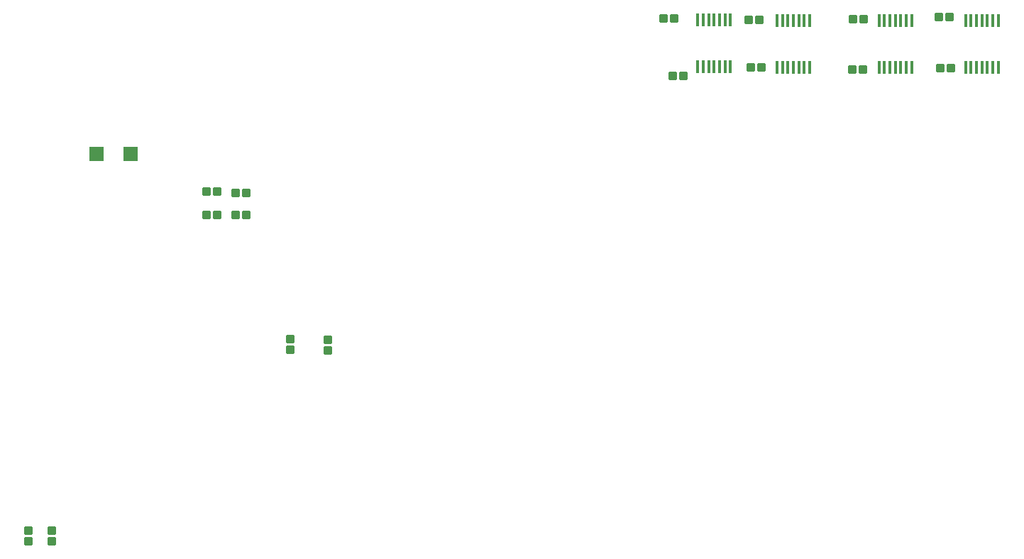
<source format=gbr>
%TF.GenerationSoftware,KiCad,Pcbnew,(5.99.0-10065-g0a0935e0f3)*%
%TF.CreationDate,2021-04-15T14:15:54+02:00*%
%TF.ProjectId,pimop,70696d6f-702e-46b6-9963-61645f706362,rev?*%
%TF.SameCoordinates,Original*%
%TF.FileFunction,Paste,Top*%
%TF.FilePolarity,Positive*%
%FSLAX46Y46*%
G04 Gerber Fmt 4.6, Leading zero omitted, Abs format (unit mm)*
G04 Created by KiCad (PCBNEW (5.99.0-10065-g0a0935e0f3)) date 2021-04-15 14:15:54*
%MOMM*%
%LPD*%
G01*
G04 APERTURE LIST*
G04 Aperture macros list*
%AMRoundRect*
0 Rectangle with rounded corners*
0 $1 Rounding radius*
0 $2 $3 $4 $5 $6 $7 $8 $9 X,Y pos of 4 corners*
0 Add a 4 corners polygon primitive as box body*
4,1,4,$2,$3,$4,$5,$6,$7,$8,$9,$2,$3,0*
0 Add four circle primitives for the rounded corners*
1,1,$1+$1,$2,$3*
1,1,$1+$1,$4,$5*
1,1,$1+$1,$6,$7*
1,1,$1+$1,$8,$9*
0 Add four rect primitives between the rounded corners*
20,1,$1+$1,$2,$3,$4,$5,0*
20,1,$1+$1,$4,$5,$6,$7,0*
20,1,$1+$1,$6,$7,$8,$9,0*
20,1,$1+$1,$8,$9,$2,$3,0*%
G04 Aperture macros list end*
%ADD10RoundRect,0.250000X-0.300000X0.250000X-0.300000X-0.250000X0.300000X-0.250000X0.300000X0.250000X0*%
%ADD11RoundRect,0.250000X0.300000X-0.250000X0.300000X0.250000X-0.300000X0.250000X-0.300000X-0.250000X0*%
%ADD12RoundRect,0.074495X-0.074495X0.699335X-0.074495X-0.699335X0.074495X-0.699335X0.074495X0.699335X0*%
%ADD13RoundRect,0.250000X-0.250000X-0.300000X0.250000X-0.300000X0.250000X0.300000X-0.250000X0.300000X0*%
%ADD14RoundRect,0.250000X0.250000X0.300000X-0.250000X0.300000X-0.250000X-0.300000X0.250000X-0.300000X0*%
%ADD15R,1.800000X1.700000*%
G04 APERTURE END LIST*
D10*
%TO.C,C7*%
X182645000Y-75015000D03*
X181375000Y-75015000D03*
%TD*%
D11*
%TO.C,C8*%
X191755000Y-68775000D03*
X193025000Y-68775000D03*
%TD*%
D12*
%TO.C,U4*%
X194931820Y-74779080D03*
X195582060Y-74779080D03*
X196232300Y-74779080D03*
X196880000Y-74779080D03*
X197527700Y-74779080D03*
X198177940Y-74779080D03*
X198828180Y-74779080D03*
X198828180Y-69180920D03*
X198177940Y-69180920D03*
X197527700Y-69180920D03*
X196880000Y-69180920D03*
X196232300Y-69180920D03*
X195582060Y-69180920D03*
X194931820Y-69180920D03*
%TD*%
D11*
%TO.C,C6*%
X191915000Y-74805000D03*
X193185000Y-74805000D03*
%TD*%
D12*
%TO.C,U5*%
X184601820Y-74779080D03*
X185252060Y-74779080D03*
X185902300Y-74779080D03*
X186550000Y-74779080D03*
X187197700Y-74779080D03*
X187847940Y-74779080D03*
X188498180Y-74779080D03*
X188498180Y-69180920D03*
X187847940Y-69180920D03*
X187197700Y-69180920D03*
X186550000Y-69180920D03*
X185902300Y-69180920D03*
X185252060Y-69180920D03*
X184601820Y-69180920D03*
%TD*%
D11*
%TO.C,C1*%
X104390000Y-89605000D03*
X105660000Y-89605000D03*
%TD*%
D13*
%TO.C,C13*%
X114360000Y-107220000D03*
X114360000Y-108490000D03*
%TD*%
D11*
%TO.C,C9*%
X181495000Y-68995000D03*
X182765000Y-68995000D03*
%TD*%
%TO.C,C15*%
X169350000Y-74750000D03*
X170620000Y-74750000D03*
%TD*%
%TO.C,C16*%
X159970000Y-75740000D03*
X161240000Y-75740000D03*
%TD*%
D13*
%TO.C,C12*%
X118835000Y-107235000D03*
X118835000Y-108505000D03*
%TD*%
D14*
%TO.C,C5*%
X85905000Y-131275000D03*
X85905000Y-130005000D03*
%TD*%
D10*
%TO.C,C2*%
X105675000Y-92365000D03*
X104405000Y-92365000D03*
%TD*%
D12*
%TO.C,U6*%
X172441820Y-74750355D03*
X173092060Y-74750355D03*
X173742300Y-74750355D03*
X174390000Y-74750355D03*
X175037700Y-74750355D03*
X175687940Y-74750355D03*
X176338180Y-74750355D03*
X176338180Y-69152195D03*
X175687940Y-69152195D03*
X175037700Y-69152195D03*
X174390000Y-69152195D03*
X173742300Y-69152195D03*
X173092060Y-69152195D03*
X172441820Y-69152195D03*
%TD*%
D11*
%TO.C,C11*%
X107835000Y-89775000D03*
X109105000Y-89775000D03*
%TD*%
%TO.C,C18*%
X158915000Y-68905000D03*
X160185000Y-68905000D03*
%TD*%
D12*
%TO.C,U7*%
X162971820Y-74669080D03*
X163622060Y-74669080D03*
X164272300Y-74669080D03*
X164920000Y-74669080D03*
X165567700Y-74669080D03*
X166217940Y-74669080D03*
X166868180Y-74669080D03*
X166868180Y-69070920D03*
X166217940Y-69070920D03*
X165567700Y-69070920D03*
X164920000Y-69070920D03*
X164272300Y-69070920D03*
X163622060Y-69070920D03*
X162971820Y-69070920D03*
%TD*%
D14*
%TO.C,C14*%
X83140000Y-131290000D03*
X83140000Y-130020000D03*
%TD*%
D11*
%TO.C,C10*%
X107830000Y-92400000D03*
X109100000Y-92400000D03*
%TD*%
%TO.C,C17*%
X169065000Y-69065000D03*
X170335000Y-69065000D03*
%TD*%
D15*
%TO.C,D1*%
X91225000Y-85050000D03*
X95325000Y-85050000D03*
%TD*%
M02*

</source>
